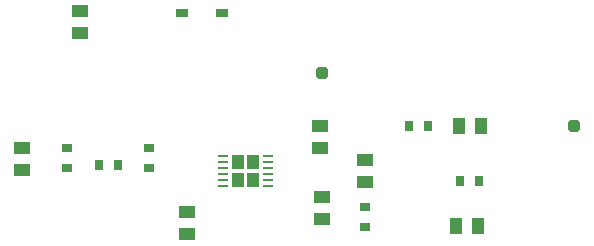
<source format=gtp>
G04*
G04 #@! TF.GenerationSoftware,Altium Limited,Altium Designer,20.2.6 (244)*
G04*
G04 Layer_Color=8421504*
%FSLAX25Y25*%
%MOIN*%
G70*
G04*
G04 #@! TF.SameCoordinates,DFA1C72D-2ED7-4C31-8EA1-ECB50900EFAB*
G04*
G04*
G04 #@! TF.FilePolarity,Positive*
G04*
G01*
G75*
%ADD15R,0.04134X0.05118*%
%ADD16R,0.03937X0.05315*%
%ADD17R,0.02756X0.03347*%
%ADD18R,0.05315X0.03937*%
%ADD19R,0.03937X0.02756*%
G04:AMPARAMS|DCode=20|XSize=39.37mil|YSize=39.37mil|CornerRadius=9.84mil|HoleSize=0mil|Usage=FLASHONLY|Rotation=90.000|XOffset=0mil|YOffset=0mil|HoleType=Round|Shape=RoundedRectangle|*
%AMROUNDEDRECTD20*
21,1,0.03937,0.01968,0,0,90.0*
21,1,0.01968,0.03937,0,0,90.0*
1,1,0.01968,0.00984,0.00984*
1,1,0.01968,0.00984,-0.00984*
1,1,0.01968,-0.00984,-0.00984*
1,1,0.01968,-0.00984,0.00984*
%
%ADD20ROUNDEDRECTD20*%
%ADD21R,0.03543X0.00984*%
%ADD22R,0.03347X0.02756*%
D15*
X106935Y45447D02*
D03*
X106935Y39541D02*
D03*
X111857Y45447D02*
D03*
X111857Y39541D02*
D03*
D16*
X188038Y57494D02*
D03*
X180754D02*
D03*
X179562Y24202D02*
D03*
X186846D02*
D03*
D17*
X180940Y39068D02*
D03*
X187436D02*
D03*
X163799Y57494D02*
D03*
X170295D02*
D03*
X60526Y44390D02*
D03*
X67022D02*
D03*
D18*
X54337Y88421D02*
D03*
Y95704D02*
D03*
X149396Y38852D02*
D03*
Y46136D02*
D03*
X134396Y57494D02*
D03*
Y50210D02*
D03*
X135000Y26358D02*
D03*
Y33642D02*
D03*
X90000Y21358D02*
D03*
Y28642D02*
D03*
X35000Y42717D02*
D03*
Y50000D02*
D03*
D19*
X101594Y95000D02*
D03*
X88406D02*
D03*
D20*
X135000Y75000D02*
D03*
X218912Y57536D02*
D03*
D21*
X101935Y47415D02*
D03*
Y45447D02*
D03*
Y43478D02*
D03*
Y41510D02*
D03*
Y39541D02*
D03*
Y37573D02*
D03*
X116857Y47415D02*
D03*
Y45447D02*
D03*
Y43478D02*
D03*
Y41510D02*
D03*
Y39541D02*
D03*
Y37573D02*
D03*
D22*
X50000Y50000D02*
D03*
Y43504D02*
D03*
X149396Y23874D02*
D03*
Y30370D02*
D03*
X77305Y43504D02*
D03*
Y50000D02*
D03*
M02*

</source>
